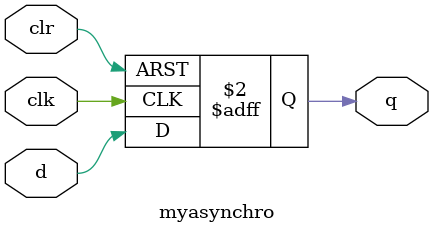
<source format=v>
module myasynchro(d,clk,clr,q);
	input d,clk,clr;
	output reg q;
	
	always @(posedge clk or posedge clr)
		begin
			if(clr)	q<=0;
			else 	q<=d;
		end
		
endmodule	


</source>
